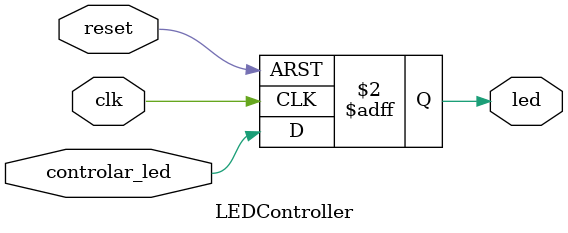
<source format=v>
module LEDController (
    input clk,
    input reset,
    input controlar_led,
    output reg led
);

    always @(posedge clk or posedge reset) begin
        if (reset) begin
            led <= 0;
        end else begin
            led <= controlar_led;
        end
    end

endmodule
</source>
